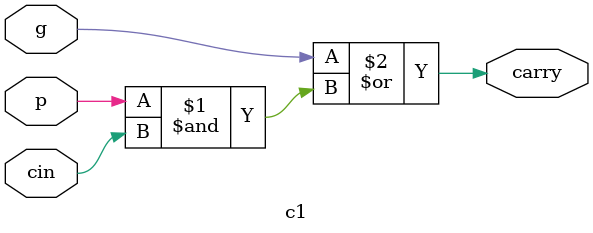
<source format=v>


// Unless required by applicable law or agreed to in writing, software
// distributed under the License is distributed on an "AS IS" BASIS,
// WITHOUT WARRANTIES OR CONDITIONS OF ANY KIND, either express or implied.
// See the License for the specific language governing permissions and
// limitations under the License.
//
//-----------------------------------------------------
// Design Name : c1
// File Name   : c1.v
// Function    : Carry Generate for First Bit
// Coder       : Jucemar Monteiro
//-----------------------------------------------------

module c1 (cin,g,p,carry);
	parameter n = 1;
	input  cin;	
	input  [n-1:0] g;
	input  [n-1:0] p;
	output  carry;
	assign carry= g[0] | (p[0] & cin);
endmodule

</source>
